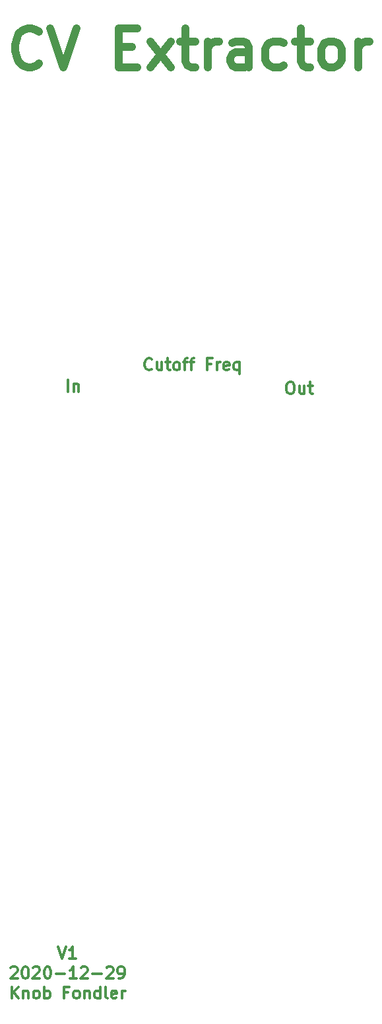
<source format=gbr>
%TF.GenerationSoftware,KiCad,Pcbnew,5.1.6-c6e7f7d~87~ubuntu18.04.1*%
%TF.CreationDate,2020-12-30T11:42:15-08:00*%
%TF.ProjectId,front-panel,66726f6e-742d-4706-916e-656c2e6b6963,rev?*%
%TF.SameCoordinates,Original*%
%TF.FileFunction,Legend,Top*%
%TF.FilePolarity,Positive*%
%FSLAX46Y46*%
G04 Gerber Fmt 4.6, Leading zero omitted, Abs format (unit mm)*
G04 Created by KiCad (PCBNEW 5.1.6-c6e7f7d~87~ubuntu18.04.1) date 2020-12-30 11:42:15*
%MOMM*%
%LPD*%
G01*
G04 APERTURE LIST*
%ADD10C,0.300000*%
%ADD11C,1.000000*%
G04 APERTURE END LIST*
D10*
X82859714Y-132518571D02*
X83359714Y-134018571D01*
X83859714Y-132518571D01*
X85145428Y-134018571D02*
X84288285Y-134018571D01*
X84716857Y-134018571D02*
X84716857Y-132518571D01*
X84574000Y-132732857D01*
X84431142Y-132875714D01*
X84288285Y-132947142D01*
X76788285Y-135211428D02*
X76859714Y-135140000D01*
X77002571Y-135068571D01*
X77359714Y-135068571D01*
X77502571Y-135140000D01*
X77574000Y-135211428D01*
X77645428Y-135354285D01*
X77645428Y-135497142D01*
X77574000Y-135711428D01*
X76716857Y-136568571D01*
X77645428Y-136568571D01*
X78574000Y-135068571D02*
X78716857Y-135068571D01*
X78859714Y-135140000D01*
X78931142Y-135211428D01*
X79002571Y-135354285D01*
X79074000Y-135640000D01*
X79074000Y-135997142D01*
X79002571Y-136282857D01*
X78931142Y-136425714D01*
X78859714Y-136497142D01*
X78716857Y-136568571D01*
X78574000Y-136568571D01*
X78431142Y-136497142D01*
X78359714Y-136425714D01*
X78288285Y-136282857D01*
X78216857Y-135997142D01*
X78216857Y-135640000D01*
X78288285Y-135354285D01*
X78359714Y-135211428D01*
X78431142Y-135140000D01*
X78574000Y-135068571D01*
X79645428Y-135211428D02*
X79716857Y-135140000D01*
X79859714Y-135068571D01*
X80216857Y-135068571D01*
X80359714Y-135140000D01*
X80431142Y-135211428D01*
X80502571Y-135354285D01*
X80502571Y-135497142D01*
X80431142Y-135711428D01*
X79574000Y-136568571D01*
X80502571Y-136568571D01*
X81431142Y-135068571D02*
X81574000Y-135068571D01*
X81716857Y-135140000D01*
X81788285Y-135211428D01*
X81859714Y-135354285D01*
X81931142Y-135640000D01*
X81931142Y-135997142D01*
X81859714Y-136282857D01*
X81788285Y-136425714D01*
X81716857Y-136497142D01*
X81574000Y-136568571D01*
X81431142Y-136568571D01*
X81288285Y-136497142D01*
X81216857Y-136425714D01*
X81145428Y-136282857D01*
X81074000Y-135997142D01*
X81074000Y-135640000D01*
X81145428Y-135354285D01*
X81216857Y-135211428D01*
X81288285Y-135140000D01*
X81431142Y-135068571D01*
X82574000Y-135997142D02*
X83716857Y-135997142D01*
X85216857Y-136568571D02*
X84359714Y-136568571D01*
X84788285Y-136568571D02*
X84788285Y-135068571D01*
X84645428Y-135282857D01*
X84502571Y-135425714D01*
X84359714Y-135497142D01*
X85788285Y-135211428D02*
X85859714Y-135140000D01*
X86002571Y-135068571D01*
X86359714Y-135068571D01*
X86502571Y-135140000D01*
X86574000Y-135211428D01*
X86645428Y-135354285D01*
X86645428Y-135497142D01*
X86574000Y-135711428D01*
X85716857Y-136568571D01*
X86645428Y-136568571D01*
X87288285Y-135997142D02*
X88431142Y-135997142D01*
X89074000Y-135211428D02*
X89145428Y-135140000D01*
X89288285Y-135068571D01*
X89645428Y-135068571D01*
X89788285Y-135140000D01*
X89859714Y-135211428D01*
X89931142Y-135354285D01*
X89931142Y-135497142D01*
X89859714Y-135711428D01*
X89002571Y-136568571D01*
X89931142Y-136568571D01*
X90645428Y-136568571D02*
X90931142Y-136568571D01*
X91074000Y-136497142D01*
X91145428Y-136425714D01*
X91288285Y-136211428D01*
X91359714Y-135925714D01*
X91359714Y-135354285D01*
X91288285Y-135211428D01*
X91216857Y-135140000D01*
X91074000Y-135068571D01*
X90788285Y-135068571D01*
X90645428Y-135140000D01*
X90574000Y-135211428D01*
X90502571Y-135354285D01*
X90502571Y-135711428D01*
X90574000Y-135854285D01*
X90645428Y-135925714D01*
X90788285Y-135997142D01*
X91074000Y-135997142D01*
X91216857Y-135925714D01*
X91288285Y-135854285D01*
X91359714Y-135711428D01*
X76895428Y-139118571D02*
X76895428Y-137618571D01*
X77752571Y-139118571D02*
X77109714Y-138261428D01*
X77752571Y-137618571D02*
X76895428Y-138475714D01*
X78395428Y-138118571D02*
X78395428Y-139118571D01*
X78395428Y-138261428D02*
X78466857Y-138190000D01*
X78609714Y-138118571D01*
X78824000Y-138118571D01*
X78966857Y-138190000D01*
X79038285Y-138332857D01*
X79038285Y-139118571D01*
X79966857Y-139118571D02*
X79824000Y-139047142D01*
X79752571Y-138975714D01*
X79681142Y-138832857D01*
X79681142Y-138404285D01*
X79752571Y-138261428D01*
X79824000Y-138190000D01*
X79966857Y-138118571D01*
X80181142Y-138118571D01*
X80324000Y-138190000D01*
X80395428Y-138261428D01*
X80466857Y-138404285D01*
X80466857Y-138832857D01*
X80395428Y-138975714D01*
X80324000Y-139047142D01*
X80181142Y-139118571D01*
X79966857Y-139118571D01*
X81109714Y-139118571D02*
X81109714Y-137618571D01*
X81109714Y-138190000D02*
X81252571Y-138118571D01*
X81538285Y-138118571D01*
X81681142Y-138190000D01*
X81752571Y-138261428D01*
X81824000Y-138404285D01*
X81824000Y-138832857D01*
X81752571Y-138975714D01*
X81681142Y-139047142D01*
X81538285Y-139118571D01*
X81252571Y-139118571D01*
X81109714Y-139047142D01*
X84109714Y-138332857D02*
X83609714Y-138332857D01*
X83609714Y-139118571D02*
X83609714Y-137618571D01*
X84324000Y-137618571D01*
X85109714Y-139118571D02*
X84966857Y-139047142D01*
X84895428Y-138975714D01*
X84824000Y-138832857D01*
X84824000Y-138404285D01*
X84895428Y-138261428D01*
X84966857Y-138190000D01*
X85109714Y-138118571D01*
X85324000Y-138118571D01*
X85466857Y-138190000D01*
X85538285Y-138261428D01*
X85609714Y-138404285D01*
X85609714Y-138832857D01*
X85538285Y-138975714D01*
X85466857Y-139047142D01*
X85324000Y-139118571D01*
X85109714Y-139118571D01*
X86252571Y-138118571D02*
X86252571Y-139118571D01*
X86252571Y-138261428D02*
X86324000Y-138190000D01*
X86466857Y-138118571D01*
X86681142Y-138118571D01*
X86824000Y-138190000D01*
X86895428Y-138332857D01*
X86895428Y-139118571D01*
X88252571Y-139118571D02*
X88252571Y-137618571D01*
X88252571Y-139047142D02*
X88109714Y-139118571D01*
X87824000Y-139118571D01*
X87681142Y-139047142D01*
X87609714Y-138975714D01*
X87538285Y-138832857D01*
X87538285Y-138404285D01*
X87609714Y-138261428D01*
X87681142Y-138190000D01*
X87824000Y-138118571D01*
X88109714Y-138118571D01*
X88252571Y-138190000D01*
X89181142Y-139118571D02*
X89038285Y-139047142D01*
X88966857Y-138904285D01*
X88966857Y-137618571D01*
X90324000Y-139047142D02*
X90181142Y-139118571D01*
X89895428Y-139118571D01*
X89752571Y-139047142D01*
X89681142Y-138904285D01*
X89681142Y-138332857D01*
X89752571Y-138190000D01*
X89895428Y-138118571D01*
X90181142Y-138118571D01*
X90324000Y-138190000D01*
X90395428Y-138332857D01*
X90395428Y-138475714D01*
X89681142Y-138618571D01*
X91038285Y-139118571D02*
X91038285Y-138118571D01*
X91038285Y-138404285D02*
X91109714Y-138261428D01*
X91181142Y-138190000D01*
X91324000Y-138118571D01*
X91466857Y-138118571D01*
D11*
X80417238Y-19311714D02*
X80179142Y-19549809D01*
X79464857Y-19787904D01*
X78988666Y-19787904D01*
X78274380Y-19549809D01*
X77798190Y-19073619D01*
X77560095Y-18597428D01*
X77322000Y-17645047D01*
X77322000Y-16930761D01*
X77560095Y-15978380D01*
X77798190Y-15502190D01*
X78274380Y-15026000D01*
X78988666Y-14787904D01*
X79464857Y-14787904D01*
X80179142Y-15026000D01*
X80417238Y-15264095D01*
X81845809Y-14787904D02*
X83512476Y-19787904D01*
X85179142Y-14787904D01*
X90655333Y-17168857D02*
X92322000Y-17168857D01*
X93036285Y-19787904D02*
X90655333Y-19787904D01*
X90655333Y-14787904D01*
X93036285Y-14787904D01*
X94702952Y-19787904D02*
X97322000Y-16454571D01*
X94702952Y-16454571D02*
X97322000Y-19787904D01*
X98512476Y-16454571D02*
X100417238Y-16454571D01*
X99226761Y-14787904D02*
X99226761Y-19073619D01*
X99464857Y-19549809D01*
X99941047Y-19787904D01*
X100417238Y-19787904D01*
X102083904Y-19787904D02*
X102083904Y-16454571D01*
X102083904Y-17406952D02*
X102322000Y-16930761D01*
X102560095Y-16692666D01*
X103036285Y-16454571D01*
X103512476Y-16454571D01*
X107322000Y-19787904D02*
X107322000Y-17168857D01*
X107083904Y-16692666D01*
X106607714Y-16454571D01*
X105655333Y-16454571D01*
X105179142Y-16692666D01*
X107322000Y-19549809D02*
X106845809Y-19787904D01*
X105655333Y-19787904D01*
X105179142Y-19549809D01*
X104941047Y-19073619D01*
X104941047Y-18597428D01*
X105179142Y-18121238D01*
X105655333Y-17883142D01*
X106845809Y-17883142D01*
X107322000Y-17645047D01*
X111845809Y-19549809D02*
X111369619Y-19787904D01*
X110417238Y-19787904D01*
X109941047Y-19549809D01*
X109702952Y-19311714D01*
X109464857Y-18835523D01*
X109464857Y-17406952D01*
X109702952Y-16930761D01*
X109941047Y-16692666D01*
X110417238Y-16454571D01*
X111369619Y-16454571D01*
X111845809Y-16692666D01*
X113274380Y-16454571D02*
X115179142Y-16454571D01*
X113988666Y-14787904D02*
X113988666Y-19073619D01*
X114226761Y-19549809D01*
X114702952Y-19787904D01*
X115179142Y-19787904D01*
X117560095Y-19787904D02*
X117083904Y-19549809D01*
X116845809Y-19311714D01*
X116607714Y-18835523D01*
X116607714Y-17406952D01*
X116845809Y-16930761D01*
X117083904Y-16692666D01*
X117560095Y-16454571D01*
X118274380Y-16454571D01*
X118750571Y-16692666D01*
X118988666Y-16930761D01*
X119226761Y-17406952D01*
X119226761Y-18835523D01*
X118988666Y-19311714D01*
X118750571Y-19549809D01*
X118274380Y-19787904D01*
X117560095Y-19787904D01*
X121369619Y-19787904D02*
X121369619Y-16454571D01*
X121369619Y-17406952D02*
X121607714Y-16930761D01*
X121845809Y-16692666D01*
X122322000Y-16454571D01*
X122798190Y-16454571D01*
D10*
X84157428Y-61384571D02*
X84157428Y-59884571D01*
X84871714Y-60384571D02*
X84871714Y-61384571D01*
X84871714Y-60527428D02*
X84943142Y-60456000D01*
X85086000Y-60384571D01*
X85300285Y-60384571D01*
X85443142Y-60456000D01*
X85514571Y-60598857D01*
X85514571Y-61384571D01*
X112542000Y-60138571D02*
X112827714Y-60138571D01*
X112970571Y-60210000D01*
X113113428Y-60352857D01*
X113184857Y-60638571D01*
X113184857Y-61138571D01*
X113113428Y-61424285D01*
X112970571Y-61567142D01*
X112827714Y-61638571D01*
X112542000Y-61638571D01*
X112399142Y-61567142D01*
X112256285Y-61424285D01*
X112184857Y-61138571D01*
X112184857Y-60638571D01*
X112256285Y-60352857D01*
X112399142Y-60210000D01*
X112542000Y-60138571D01*
X114470571Y-60638571D02*
X114470571Y-61638571D01*
X113827714Y-60638571D02*
X113827714Y-61424285D01*
X113899142Y-61567142D01*
X114042000Y-61638571D01*
X114256285Y-61638571D01*
X114399142Y-61567142D01*
X114470571Y-61495714D01*
X114970571Y-60638571D02*
X115542000Y-60638571D01*
X115184857Y-60138571D02*
X115184857Y-61424285D01*
X115256285Y-61567142D01*
X115399142Y-61638571D01*
X115542000Y-61638571D01*
X94897428Y-58447714D02*
X94826000Y-58519142D01*
X94611714Y-58590571D01*
X94468857Y-58590571D01*
X94254571Y-58519142D01*
X94111714Y-58376285D01*
X94040285Y-58233428D01*
X93968857Y-57947714D01*
X93968857Y-57733428D01*
X94040285Y-57447714D01*
X94111714Y-57304857D01*
X94254571Y-57162000D01*
X94468857Y-57090571D01*
X94611714Y-57090571D01*
X94826000Y-57162000D01*
X94897428Y-57233428D01*
X96183142Y-57590571D02*
X96183142Y-58590571D01*
X95540285Y-57590571D02*
X95540285Y-58376285D01*
X95611714Y-58519142D01*
X95754571Y-58590571D01*
X95968857Y-58590571D01*
X96111714Y-58519142D01*
X96183142Y-58447714D01*
X96683142Y-57590571D02*
X97254571Y-57590571D01*
X96897428Y-57090571D02*
X96897428Y-58376285D01*
X96968857Y-58519142D01*
X97111714Y-58590571D01*
X97254571Y-58590571D01*
X97968857Y-58590571D02*
X97826000Y-58519142D01*
X97754571Y-58447714D01*
X97683142Y-58304857D01*
X97683142Y-57876285D01*
X97754571Y-57733428D01*
X97826000Y-57662000D01*
X97968857Y-57590571D01*
X98183142Y-57590571D01*
X98326000Y-57662000D01*
X98397428Y-57733428D01*
X98468857Y-57876285D01*
X98468857Y-58304857D01*
X98397428Y-58447714D01*
X98326000Y-58519142D01*
X98183142Y-58590571D01*
X97968857Y-58590571D01*
X98897428Y-57590571D02*
X99468857Y-57590571D01*
X99111714Y-58590571D02*
X99111714Y-57304857D01*
X99183142Y-57162000D01*
X99326000Y-57090571D01*
X99468857Y-57090571D01*
X99754571Y-57590571D02*
X100326000Y-57590571D01*
X99968857Y-58590571D02*
X99968857Y-57304857D01*
X100040285Y-57162000D01*
X100183142Y-57090571D01*
X100326000Y-57090571D01*
X102468857Y-57804857D02*
X101968857Y-57804857D01*
X101968857Y-58590571D02*
X101968857Y-57090571D01*
X102683142Y-57090571D01*
X103254571Y-58590571D02*
X103254571Y-57590571D01*
X103254571Y-57876285D02*
X103326000Y-57733428D01*
X103397428Y-57662000D01*
X103540285Y-57590571D01*
X103683142Y-57590571D01*
X104754571Y-58519142D02*
X104611714Y-58590571D01*
X104326000Y-58590571D01*
X104183142Y-58519142D01*
X104111714Y-58376285D01*
X104111714Y-57804857D01*
X104183142Y-57662000D01*
X104326000Y-57590571D01*
X104611714Y-57590571D01*
X104754571Y-57662000D01*
X104826000Y-57804857D01*
X104826000Y-57947714D01*
X104111714Y-58090571D01*
X106111714Y-57590571D02*
X106111714Y-59090571D01*
X106111714Y-58519142D02*
X105968857Y-58590571D01*
X105683142Y-58590571D01*
X105540285Y-58519142D01*
X105468857Y-58447714D01*
X105397428Y-58304857D01*
X105397428Y-57876285D01*
X105468857Y-57733428D01*
X105540285Y-57662000D01*
X105683142Y-57590571D01*
X105968857Y-57590571D01*
X106111714Y-57662000D01*
M02*

</source>
